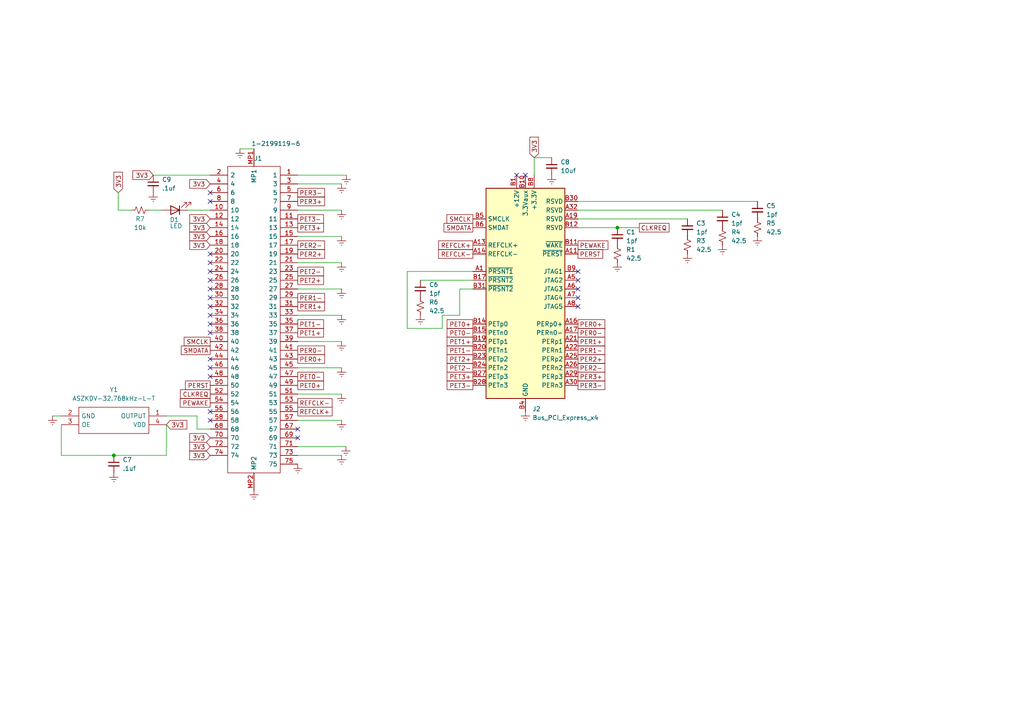
<source format=kicad_sch>
(kicad_sch (version 20231120) (generator "eeschema") (generator_version "8.0")
  (paper "A4")
  (lib_symbols
    (symbol "Connector:1-2199119-6" (pin_names (offset 0.762))
      (property "Reference" "J1" (at 2.7687 0 90))
      (property "Value" "1-2199119-6" (at 2.7687 -2.54 90))
      (symbol "1-2199119-6_0_0"
        (pin passive line (at 7.62 12.7 270) (length 5.08) (name "1") (number "1"))
        (pin passive line (at 17.78 -12.7 90) (length 5.08) (name "10") (number "10"))
        (pin passive line (at 20.32 12.7 270) (length 5.08) (name "11") (number "11"))
        (pin passive line (at 20.32 -12.7 90) (length 5.08) (name "12") (number "12"))
        (pin passive line (at 22.86 12.7 270) (length 5.08) (name "13") (number "13"))
        (pin passive line (at 22.86 -12.7 90) (length 5.08) (name "14") (number "14"))
        (pin passive line (at 25.4 12.7 270) (length 5.08) (name "15") (number "15"))
        (pin passive line (at 25.4 -12.7 90) (length 5.08) (name "16") (number "16"))
        (pin passive line (at 27.94 12.7 270) (length 5.08) (name "17") (number "17"))
        (pin passive line (at 27.94 -12.7 90) (length 5.08) (name "18") (number "18"))
        (pin passive line (at 30.48 12.7 270) (length 5.08) (name "19") (number "19"))
        (pin passive line (at 7.62 -12.7 90) (length 5.08) (name "2") (number "2"))
        (pin passive line (at 30.48 -12.7 90) (length 5.08) (name "20") (number "20"))
        (pin passive line (at 33.02 12.7 270) (length 5.08) (name "21") (number "21"))
        (pin passive line (at 33.02 -12.7 90) (length 5.08) (name "22") (number "22"))
        (pin passive line (at 35.56 12.7 270) (length 5.08) (name "23") (number "23"))
        (pin passive line (at 35.56 -12.7 90) (length 5.08) (name "24") (number "24"))
        (pin passive line (at 38.1 12.7 270) (length 5.08) (name "25") (number "25"))
        (pin passive line (at 38.1 -12.7 90) (length 5.08) (name "26") (number "26"))
        (pin passive line (at 40.64 12.7 270) (length 5.08) (name "27") (number "27"))
        (pin passive line (at 40.64 -12.7 90) (length 5.08) (name "28") (number "28"))
        (pin passive line (at 43.18 12.7 270) (length 5.08) (name "29") (number "29"))
        (pin passive line (at 10.16 12.7 270) (length 5.08) (name "3") (number "3"))
        (pin passive line (at 43.18 -12.7 90) (length 5.08) (name "30") (number "30"))
        (pin passive line (at 45.72 12.7 270) (length 5.08) (name "31") (number "31"))
        (pin passive line (at 45.72 -12.7 90) (length 5.08) (name "32") (number "32"))
        (pin passive line (at 48.26 12.7 270) (length 5.08) (name "33") (number "33"))
        (pin passive line (at 48.26 -12.7 90) (length 5.08) (name "34") (number "34"))
        (pin passive line (at 50.8 12.7 270) (length 5.08) (name "35") (number "35"))
        (pin passive line (at 50.8 -12.7 90) (length 5.08) (name "36") (number "36"))
        (pin passive line (at 53.34 12.7 270) (length 5.08) (name "37") (number "37"))
        (pin passive line (at 53.34 -12.7 90) (length 5.08) (name "38") (number "38"))
        (pin passive line (at 55.88 12.7 270) (length 5.08) (name "39") (number "39"))
        (pin passive line (at 10.16 -12.7 90) (length 5.08) (name "4") (number "4"))
        (pin passive line (at 55.88 -12.7 90) (length 5.08) (name "40") (number "40"))
        (pin passive line (at 58.42 -12.7 90) (length 5.08) (name "42") (number "42"))
        (pin passive line (at 60.96 -12.7 90) (length 5.08) (name "44") (number "44"))
        (pin passive line (at 63.5 12.7 270) (length 5.08) (name "45") (number "45"))
        (pin passive line (at 63.5 -12.7 90) (length 5.08) (name "46") (number "46"))
        (pin passive line (at 66.04 12.7 270) (length 5.08) (name "47") (number "47"))
        (pin passive line (at 66.04 -12.7 90) (length 5.08) (name "48") (number "48"))
        (pin passive line (at 68.58 12.7 270) (length 5.08) (name "49") (number "49"))
        (pin passive line (at 12.7 12.7 270) (length 5.08) (name "5") (number "5"))
        (pin passive line (at 68.58 -12.7 90) (length 5.08) (name "50") (number "50"))
        (pin passive line (at 71.12 12.7 270) (length 5.08) (name "51") (number "51"))
        (pin passive line (at 71.12 -12.7 90) (length 5.08) (name "52") (number "52"))
        (pin passive line (at 73.66 12.7 270) (length 5.08) (name "53") (number "53"))
        (pin passive line (at 73.66 -12.7 90) (length 5.08) (name "54") (number "54"))
        (pin passive line (at 76.2 12.7 270) (length 5.08) (name "55") (number "55"))
        (pin passive line (at 76.2 -12.7 90) (length 5.08) (name "56") (number "56"))
        (pin passive line (at 78.74 12.7 270) (length 5.08) (name "57") (number "57"))
        (pin passive line (at 78.74 -12.7 90) (length 5.08) (name "58") (number "58"))
        (pin passive line (at 12.7 -12.7 90) (length 5.08) (name "6") (number "6"))
        (pin passive line (at 81.28 12.7 270) (length 5.08) (name "67") (number "67"))
        (pin passive line (at 81.28 -12.7 90) (length 5.08) (name "68") (number "68"))
        (pin passive line (at 83.82 12.7 270) (length 5.08) (name "69") (number "69"))
        (pin passive line (at 15.24 12.7 270) (length 5.08) (name "7") (number "7"))
        (pin passive line (at 83.82 -12.7 90) (length 5.08) (name "70") (number "70"))
        (pin passive line (at 86.36 12.7 270) (length 5.08) (name "71") (number "71"))
        (pin passive line (at 86.36 -12.7 90) (length 5.08) (name "72") (number "72"))
        (pin passive line (at 88.9 12.7 270) (length 5.08) (name "73") (number "73"))
        (pin passive line (at 88.9 -12.7 90) (length 5.08) (name "74") (number "74"))
        (pin passive line (at 91.44 12.7 270) (length 5.08) (name "75") (number "75"))
        (pin passive line (at 15.24 -12.7 90) (length 5.08) (name "8") (number "8"))
        (pin passive line (at 17.78 12.7 270) (length 5.08) (name "9") (number "9"))
        (pin passive line (at 0 0 0) (length 5.08) (name "MP1") (number "MP1"))
        (pin passive line (at 99.06 0 180) (length 5.08) (name "MP2") (number "MP2"))
      )
      (symbol "1-2199119-6_0_1"
        (polyline (pts (xy 5.08 7.62) (xy 93.98 7.62) (xy 93.98 -7.62) (xy 5.08 -7.62) (xy 5.08 7.62)) (stroke (width 0.1524)))
      )
      (symbol "1-2199119-6_1_0"
        (pin passive line (at 58.42 12.7 270) (length 5.08) (name "41") (number "41"))
        (pin passive line (at 60.96 12.7 270) (length 5.08) (name "43") (number "43"))
      )
    )
    (symbol "Connector:Bus_PCI_Express_x4"
      (property "Reference" "J2" (at 2.0194 -32.258 0))
      (property "Value" "Bus_PCI_Express_x4" (at 2.0194 -34.798 0))
      (symbol "Bus_PCI_Express_x4_0_1"
        (rectangle (start -11.43 31.75) (end 11.43 -29.21) (stroke (width 0.254)) (fill (type background)))
      )
      (symbol "Bus_PCI_Express_x4_1_1"
        (pin passive line (at -15.24 7.62 0) (length 3.81) (name "~{PRSNT1}") (number "A1"))
        (pin passive line (at 2.54 35.56 270) (length 3.81) hide (name "+3.3V") (number "A10"))
        (pin input line (at 15.24 12.7 180) (length 3.81) (name "~{PERST}") (number "A11"))
        (pin passive line (at 0 -33.02 90) (length 3.81) hide (name "GND") (number "A12"))
        (pin input line (at -15.24 15.24 0) (length 3.81) (name "REFCLK+") (number "A13"))
        (pin input line (at -15.24 12.7 0) (length 3.81) (name "REFCLK-") (number "A14"))
        (pin passive line (at 0 -33.02 90) (length 3.81) hide (name "GND") (number "A15"))
        (pin output line (at 15.24 -7.62 180) (length 3.81) (name "PERp0+") (number "A16"))
        (pin output line (at 15.24 -10.16 180) (length 3.81) (name "PERn0-") (number "A17"))
        (pin passive line (at 0 -33.02 90) (length 3.81) hide (name "GND") (number "A18"))
        (pin passive line (at 15.24 22.86 180) (length 3.81) (name "RSVD") (number "A19"))
        (pin passive line (at -2.54 35.56 270) (length 3.81) hide (name "+12V") (number "A2"))
        (pin passive line (at 0 -33.02 90) (length 3.81) hide (name "GND") (number "A20"))
        (pin output line (at 15.24 -12.7 180) (length 3.81) (name "PERp1") (number "A21"))
        (pin output line (at 15.24 -15.24 180) (length 3.81) (name "PERn1") (number "A22"))
        (pin passive line (at 0 -33.02 90) (length 3.81) hide (name "GND") (number "A23"))
        (pin passive line (at 0 -33.02 90) (length 3.81) hide (name "GND") (number "A24"))
        (pin output line (at 15.24 -17.78 180) (length 3.81) (name "PERp2") (number "A25"))
        (pin output line (at 15.24 -20.32 180) (length 3.81) (name "PERn2") (number "A26"))
        (pin passive line (at 0 -33.02 90) (length 3.81) hide (name "GND") (number "A27"))
        (pin passive line (at 0 -33.02 90) (length 3.81) hide (name "GND") (number "A28"))
        (pin output line (at 15.24 -22.86 180) (length 3.81) (name "PERp3") (number "A29"))
        (pin passive line (at -2.54 35.56 270) (length 3.81) hide (name "+12V") (number "A3"))
        (pin output line (at 15.24 -25.4 180) (length 3.81) (name "PERn3") (number "A30"))
        (pin passive line (at 0 -33.02 90) (length 3.81) hide (name "GND") (number "A31"))
        (pin passive line (at 15.24 25.4 180) (length 3.81) (name "RSVD") (number "A32"))
        (pin passive line (at 0 -33.02 90) (length 3.81) hide (name "GND") (number "A4"))
        (pin input line (at 15.24 5.08 180) (length 3.81) (name "JTAG2") (number "A5"))
        (pin input line (at 15.24 2.54 180) (length 3.81) (name "JTAG3") (number "A6"))
        (pin output line (at 15.24 0 180) (length 3.81) (name "JTAG4") (number "A7"))
        (pin input line (at 15.24 -2.54 180) (length 3.81) (name "JTAG5") (number "A8"))
        (pin passive line (at 2.54 35.56 270) (length 3.81) hide (name "+3.3V") (number "A9"))
        (pin power_in line (at -2.54 35.56 270) (length 3.81) (name "+12V") (number "B1"))
        (pin power_in line (at 0 35.56 270) (length 3.81) (name "3.3Vaux") (number "B10"))
        (pin open_collector line (at 15.24 15.24 180) (length 3.81) (name "~{WAKE}") (number "B11"))
        (pin passive line (at 15.24 20.32 180) (length 3.81) (name "RSVD") (number "B12"))
        (pin passive line (at 0 -33.02 90) (length 3.81) hide (name "GND") (number "B13"))
        (pin input line (at -15.24 -7.62 0) (length 3.81) (name "PETp0") (number "B14"))
        (pin input line (at -15.24 -10.16 0) (length 3.81) (name "PETn0") (number "B15"))
        (pin passive line (at 0 -33.02 90) (length 3.81) hide (name "GND") (number "B16"))
        (pin passive line (at -15.24 5.08 0) (length 3.81) (name "~{PRSNT2}") (number "B17"))
        (pin passive line (at 0 -33.02 90) (length 3.81) hide (name "GND") (number "B18"))
        (pin input line (at -15.24 -12.7 0) (length 3.81) (name "PETp1") (number "B19"))
        (pin passive line (at -2.54 35.56 270) (length 3.81) hide (name "+12V") (number "B2"))
        (pin input line (at -15.24 -15.24 0) (length 3.81) (name "PETn1") (number "B20"))
        (pin passive line (at 0 -33.02 90) (length 3.81) hide (name "GND") (number "B21"))
        (pin passive line (at 0 -33.02 90) (length 3.81) hide (name "GND") (number "B22"))
        (pin input line (at -15.24 -17.78 0) (length 3.81) (name "PETp2") (number "B23"))
        (pin input line (at -15.24 -20.32 0) (length 3.81) (name "PETn2") (number "B24"))
        (pin passive line (at 0 -33.02 90) (length 3.81) hide (name "GND") (number "B25"))
        (pin passive line (at 0 -33.02 90) (length 3.81) hide (name "GND") (number "B26"))
        (pin input line (at -15.24 -22.86 0) (length 3.81) (name "PETp3") (number "B27"))
        (pin input line (at -15.24 -25.4 0) (length 3.81) (name "PETn3") (number "B28"))
        (pin passive line (at 0 -33.02 90) (length 3.81) hide (name "GND") (number "B29"))
        (pin passive line (at -2.54 35.56 270) (length 3.81) hide (name "+12V") (number "B3"))
        (pin passive line (at 15.24 27.94 180) (length 3.81) (name "RSVD") (number "B30"))
        (pin passive line (at -15.24 2.54 0) (length 3.81) (name "~{PRSNT2}") (number "B31"))
        (pin passive line (at 0 -33.02 90) (length 3.81) hide (name "GND") (number "B32"))
        (pin power_in line (at 0 -33.02 90) (length 3.81) (name "GND") (number "B4"))
        (pin input line (at -15.24 22.86 0) (length 3.81) (name "SMCLK") (number "B5"))
        (pin bidirectional line (at -15.24 20.32 0) (length 3.81) (name "SMDAT") (number "B6"))
        (pin passive line (at 0 -33.02 90) (length 3.81) hide (name "GND") (number "B7"))
        (pin power_in line (at 2.54 35.56 270) (length 3.81) (name "+3.3V") (number "B8"))
        (pin input line (at 15.24 7.62 180) (length 3.81) (name "JTAG1") (number "B9"))
      )
    )
    (symbol "Device:C_Small" (pin_numbers hide) (pin_names (offset 0.254) hide)
      (property "Reference" "C" (at 0.254 1.778 0))
      (property "Value" "C_Small" (at 0.254 -2.032 0))
      (symbol "C_Small_0_1"
        (polyline (pts (xy -1.524 -0.508) (xy 1.524 -0.508)) (stroke (width 0.3302)))
        (polyline (pts (xy -1.524 0.508) (xy 1.524 0.508)) (stroke (width 0.3048)))
      )
      (symbol "C_Small_1_1"
        (pin passive line (at 0 2.54 270) (length 2.032) (name "~") (number "1"))
        (pin passive line (at 0 -2.54 90) (length 2.032) (name "~") (number "2"))
      )
    )
    (symbol "Device:LED" (pin_numbers hide) (pin_names (offset 1.016) hide)
      (property "Reference" "D" (at 0 2.54 0))
      (property "Value" "LED" (at 0 -2.54 0))
      (symbol "LED_0_1"
        (polyline (pts (xy -1.27 -1.27) (xy -1.27 1.27)) (stroke (width 0.254)))
        (polyline (pts (xy -1.27 0) (xy 1.27 0)))
        (polyline (pts (xy 1.27 -1.27) (xy 1.27 1.27) (xy -1.27 0) (xy 1.27 -1.27)) (stroke (width 0.254)))
        (polyline (pts (xy -3.048 -0.762) (xy -4.572 -2.286) (xy -3.81 -2.286) (xy -4.572 -2.286) (xy -4.572 -1.524)))
        (polyline (pts (xy -1.778 -0.762) (xy -3.302 -2.286) (xy -2.54 -2.286) (xy -3.302 -2.286) (xy -3.302 -1.524)))
      )
      (symbol "LED_1_1"
        (pin passive line (at -3.81 0 0) (length 2.54) (name "K") (number "1"))
        (pin passive line (at 3.81 0 180) (length 2.54) (name "A") (number "2"))
      )
    )
    (symbol "Device:R_Small_US" (pin_numbers hide) (pin_names (offset 0.254) hide)
      (property "Reference" "R" (at 0.762 0.508 0))
      (property "Value" "R_Small_US" (at 0.762 -1.016 0))
      (symbol "R_Small_US_1_1"
        (polyline (pts (xy 0 0) (xy 1.016 -0.381) (xy 0 -0.762) (xy -1.016 -1.143) (xy 0 -1.524)))
        (polyline (pts (xy 0 1.524) (xy 1.016 1.143) (xy 0 0.762) (xy -1.016 0.381) (xy 0 0)))
        (pin passive line (at 0 2.54 270) (length 1.016) (name "~") (number "1"))
        (pin passive line (at 0 -2.54 90) (length 1.016) (name "~") (number "2"))
      )
    )
    (symbol "Oscillator:ASZKDV-32.768kHz-L-T" (pin_names (offset 0.762))
      (property "Reference" "Y" (at 26.67 7.62 0))
      (property "Value" "ASZKDV-32.768kHz-L-T" (at 26.67 5.08 0))
      (symbol "ASZKDV-32.768kHz-L-T_0_0"
        (pin passive line (at 0 -2.54 0) (length 5.08) (name "OUTPUT") (number "1"))
        (pin passive line (at 30.48 -2.54 180) (length 5.08) (name "GND") (number "2"))
        (pin passive line (at 30.48 0 180) (length 5.08) (name "OE") (number "3"))
        (pin passive line (at 0 0 0) (length 5.08) (name "VDD") (number "4"))
      )
      (symbol "ASZKDV-32.768kHz-L-T_0_1"
        (polyline (pts (xy 5.08 2.54) (xy 25.4 2.54) (xy 25.4 -5.08) (xy 5.08 -5.08) (xy 5.08 2.54)) (stroke (width 0.1524)))
      )
    )
    (symbol "power:Earth" (power) (pin_names (offset 0))
      (symbol "Earth_0_1"
        (polyline (pts (xy -0.635 -1.905) (xy 0.635 -1.905)))
        (polyline (pts (xy -0.127 -2.54) (xy 0.127 -2.54)))
        (polyline (pts (xy 0 -1.27) (xy 0 0)))
        (polyline (pts (xy 1.27 -1.27) (xy -1.27 -1.27)))
      )
      (symbol "Earth_1_1"
        (pin power_in line (at 0 0 270) (length 0) hide (name "Earth") (number "1"))
      )
    )
  )
  (junction (at 33.02 132.08))
  (junction (at 179.07 66.04))
  (no_connect (at 167.64 78.74))
  (no_connect (at 167.64 83.82))
  (no_connect (at 60.96 76.2))
  (no_connect (at 149.86 50.8))
  (no_connect (at 60.96 78.74))
  (no_connect (at 60.96 119.38))
  (no_connect (at 60.96 121.92))
  (no_connect (at 152.4 50.8))
  (no_connect (at 86.36 127))
  (no_connect (at 60.96 73.66))
  (no_connect (at 167.64 88.9))
  (no_connect (at 86.36 124.46))
  (no_connect (at 167.64 81.28))
  (no_connect (at 60.96 58.42))
  (no_connect (at 60.96 55.88))
  (no_connect (at 60.96 86.36))
  (no_connect (at 60.96 88.9))
  (no_connect (at 60.96 91.44))
  (no_connect (at 60.96 93.98))
  (no_connect (at 60.96 96.52))
  (no_connect (at 60.96 106.68))
  (no_connect (at 60.96 109.22))
  (no_connect (at 60.96 104.14))
  (no_connect (at 60.96 81.28))
  (no_connect (at 60.96 83.82))
  (no_connect (at 167.64 86.36))
  (wire (pts (xy 33.02 132.08) (xy 48.26 132.08)))
  (wire (pts (xy 57.15 120.65) (xy 57.15 124.46)))
  (wire (pts (xy 48.26 132.08) (xy 48.26 123.19)))
  (wire (pts (xy 86.36 132.08) (xy 99.06 132.08)))
  (wire (pts (xy 128.27 91.44) (xy 133.35 91.44)))
  (wire (pts (xy 154.94 45.72) (xy 160.02 45.72)))
  (wire (pts (xy 128.27 95.25) (xy 128.27 91.44)))
  (wire (pts (xy 86.36 99.06) (xy 99.06 99.06)))
  (wire (pts (xy 86.36 83.82) (xy 99.06 83.82)))
  (wire (pts (xy 154.94 45.72) (xy 154.94 50.8)))
  (wire (pts (xy 44.45 50.8) (xy 60.96 50.8)))
  (wire (pts (xy 54.61 60.96) (xy 60.96 60.96)))
  (wire (pts (xy 86.36 68.58) (xy 99.06 68.58)))
  (wire (pts (xy 179.07 66.04) (xy 185.42 66.04)))
  (wire (pts (xy 167.64 63.5) (xy 199.39 63.5)))
  (wire (pts (xy 167.64 58.42) (xy 219.71 58.42)))
  (wire (pts (xy 34.29 60.96) (xy 38.1 60.96)))
  (wire (pts (xy 167.64 60.96) (xy 209.55 60.96)))
  (wire (pts (xy 69.596 43.18) (xy 73.66 43.18)))
  (wire (pts (xy 17.78 123.19) (xy 17.78 132.08)))
  (wire (pts (xy 118.11 95.25) (xy 128.27 95.25)))
  (wire (pts (xy 15.24 120.65) (xy 17.78 120.65)))
  (wire (pts (xy 118.11 78.74) (xy 118.11 95.25)))
  (wire (pts (xy 121.92 81.28) (xy 137.16 81.28)))
  (wire (pts (xy 86.36 129.54) (xy 100.33 129.54)))
  (wire (pts (xy 17.78 132.08) (xy 33.02 132.08)))
  (wire (pts (xy 57.15 124.46) (xy 60.96 124.46)))
  (wire (pts (xy 34.29 55.88) (xy 34.29 60.96)))
  (wire (pts (xy 43.18 60.96) (xy 46.99 60.96)))
  (wire (pts (xy 86.36 50.8) (xy 100.457 50.8)))
  (wire (pts (xy 167.64 66.04) (xy 179.07 66.04)))
  (wire (pts (xy 133.35 83.82) (xy 137.16 83.82)))
  (wire (pts (xy 86.36 106.68) (xy 99.06 106.68)))
  (wire (pts (xy 86.36 91.44) (xy 99.06 91.44)))
  (wire (pts (xy 86.36 114.3) (xy 99.06 114.3)))
  (wire (pts (xy 137.16 78.74) (xy 118.11 78.74)))
  (wire (pts (xy 86.36 60.96) (xy 99.06 60.96)))
  (wire (pts (xy 133.35 91.44) (xy 133.35 83.82)))
  (wire (pts (xy 48.26 120.65) (xy 57.15 120.65)))
  (wire (pts (xy 86.36 121.92) (xy 99.06 121.92)))
  (wire (pts (xy 86.36 76.2) (xy 99.06 76.2)))
  (wire (pts (xy 86.36 53.34) (xy 99.06 53.34)))
  (global_label "PET1+" (shape passive) (at 86.36 96.52 0) (property "Intersheetrefs" "${INTERSHEET_REFS}" (effects (hide yes))))
  (global_label "CLKREQ" (shape passive) (at 185.42 66.04 0) (property "Intersheetrefs" "${INTERSHEET_REFS}" (effects (hide yes))))
  (global_label "CLKREQ" (shape passive) (at 60.96 114.3 180) (property "Intersheetrefs" "${INTERSHEET_REFS}" (effects (hide yes))))
  (global_label "PER0-" (shape passive) (at 86.36 101.6 0) (property "Intersheetrefs" "${INTERSHEET_REFS}" (effects (hide yes))))
  (global_label "PEWAKE" (shape passive) (at 167.64 71.12 0) (property "Intersheetrefs" "${INTERSHEET_REFS}" (effects (hide yes))))
  (global_label "PET3+" (shape passive) (at 86.36 66.04 0) (property "Intersheetrefs" "${INTERSHEET_REFS}" (effects (hide yes))))
  (global_label "PER2-" (shape passive) (at 167.64 106.68 0) (property "Intersheetrefs" "${INTERSHEET_REFS}" (effects (hide yes))))
  (global_label "PER3-" (shape passive) (at 167.64 111.76 0) (property "Intersheetrefs" "${INTERSHEET_REFS}" (effects (hide yes))))
  (global_label "REFCLK+" (shape passive) (at 86.36 119.38 0) (property "Intersheetrefs" "${INTERSHEET_REFS}" (effects (hide yes))))
  (global_label "PER3+" (shape passive) (at 167.64 109.22 0) (property "Intersheetrefs" "${INTERSHEET_REFS}" (effects (hide yes))))
  (global_label "PER1-" (shape passive) (at 167.64 101.6 0) (property "Intersheetrefs" "${INTERSHEET_REFS}" (effects (hide yes))))
  (global_label "PET1+" (shape passive) (at 137.16 99.06 180) (property "Intersheetrefs" "${INTERSHEET_REFS}" (effects (hide yes))))
  (global_label "REFCLK+" (shape passive) (at 137.16 71.12 180) (property "Intersheetrefs" "${INTERSHEET_REFS}" (effects (hide yes))))
  (global_label "PET1-" (shape passive) (at 86.36 93.98 0) (property "Intersheetrefs" "${INTERSHEET_REFS}" (effects (hide yes))))
  (global_label "PEWAKE" (shape passive) (at 60.96 116.84 180) (property "Intersheetrefs" "${INTERSHEET_REFS}" (effects (hide yes))))
  (global_label "PERST" (shape passive) (at 60.96 111.76 180) (property "Intersheetrefs" "${INTERSHEET_REFS}" (effects (hide yes))))
  (global_label "SMDATA" (shape passive) (at 137.16 66.04 180) (property "Intersheetrefs" "${INTERSHEET_REFS}" (effects (hide yes))))
  (global_label "PER3+" (shape passive) (at 86.36 58.42 0) (property "Intersheetrefs" "${INTERSHEET_REFS}" (effects (hide yes))))
  (global_label "SMDATA" (shape passive) (at 60.96 101.6 180) (property "Intersheetrefs" "${INTERSHEET_REFS}" (effects (hide yes))))
  (global_label "PET3-" (shape passive) (at 86.36 63.5 0) (property "Intersheetrefs" "${INTERSHEET_REFS}" (effects (hide yes))))
  (global_label "PER2+" (shape passive) (at 167.64 104.14 0) (property "Intersheetrefs" "${INTERSHEET_REFS}" (effects (hide yes))))
  (global_label "PET2+" (shape passive) (at 137.16 104.14 180) (property "Intersheetrefs" "${INTERSHEET_REFS}" (effects (hide yes))))
  (global_label "PET3+" (shape passive) (at 137.16 109.22 180) (property "Intersheetrefs" "${INTERSHEET_REFS}" (effects (hide yes))))
  (global_label "3V3" (shape input) (at 34.29 55.88 90) (property "Intersheetrefs" "${INTERSHEET_REFS}" (effects (hide yes))))
  (global_label "3V3" (shape input) (at 48.26 123.19 0) (property "Intersheetrefs" "${INTERSHEET_REFS}" (effects (hide yes))))
  (global_label "PER1-" (shape passive) (at 86.36 86.36 0) (property "Intersheetrefs" "${INTERSHEET_REFS}" (effects (hide yes))))
  (global_label "PER2+" (shape passive) (at 86.36 73.66 0) (property "Intersheetrefs" "${INTERSHEET_REFS}" (effects (hide yes))))
  (global_label "REFCLK-" (shape passive) (at 137.16 73.66 180) (property "Intersheetrefs" "${INTERSHEET_REFS}" (effects (hide yes))))
  (global_label "PER1+" (shape passive) (at 86.36 88.9 0) (property "Intersheetrefs" "${INTERSHEET_REFS}" (effects (hide yes))))
  (global_label "3V3" (shape input) (at 60.96 63.5 180) (property "Intersheetrefs" "${INTERSHEET_REFS}" (effects (hide yes))))
  (global_label "PET2-" (shape passive) (at 137.16 106.68 180) (property "Intersheetrefs" "${INTERSHEET_REFS}" (effects (hide yes))))
  (global_label "3V3" (shape input) (at 60.96 127 180) (property "Intersheetrefs" "${INTERSHEET_REFS}" (effects (hide yes))))
  (global_label "PER0+" (shape passive) (at 167.64 93.98 0) (property "Intersheetrefs" "${INTERSHEET_REFS}" (effects (hide yes))))
  (global_label "3V3" (shape input) (at 60.96 53.34 180) (property "Intersheetrefs" "${INTERSHEET_REFS}" (effects (hide yes))))
  (global_label "3V3" (shape input) (at 44.45 50.8 180) (property "Intersheetrefs" "${INTERSHEET_REFS}" (effects (hide yes))))
  (global_label "PET0-" (shape passive) (at 86.36 109.22 0) (property "Intersheetrefs" "${INTERSHEET_REFS}" (effects (hide yes))))
  (global_label "PERST" (shape passive) (at 167.64 73.66 0) (property "Intersheetrefs" "${INTERSHEET_REFS}" (effects (hide yes))))
  (global_label "PER3-" (shape passive) (at 86.36 55.88 0) (property "Intersheetrefs" "${INTERSHEET_REFS}" (effects (hide yes))))
  (global_label "PET2+" (shape passive) (at 86.36 81.28 0) (property "Intersheetrefs" "${INTERSHEET_REFS}" (effects (hide yes))))
  (global_label "3V3" (shape input) (at 60.96 66.04 180) (property "Intersheetrefs" "${INTERSHEET_REFS}" (effects (hide yes))))
  (global_label "PER1+" (shape passive) (at 167.64 99.06 0) (property "Intersheetrefs" "${INTERSHEET_REFS}" (effects (hide yes))))
  (global_label "PET0+" (shape passive) (at 137.16 93.98 180) (property "Intersheetrefs" "${INTERSHEET_REFS}" (effects (hide yes))))
  (global_label "PER0+" (shape passive) (at 86.36 104.14 0) (property "Intersheetrefs" "${INTERSHEET_REFS}" (effects (hide yes))))
  (global_label "3V3" (shape input) (at 154.94 45.72 90) (property "Intersheetrefs" "${INTERSHEET_REFS}" (effects (hide yes))))
  (global_label "PET3-" (shape passive) (at 137.16 111.76 180) (property "Intersheetrefs" "${INTERSHEET_REFS}" (effects (hide yes))))
  (global_label "SMCLK" (shape passive) (at 60.96 99.06 180) (property "Intersheetrefs" "${INTERSHEET_REFS}" (effects (hide yes))))
  (global_label "3V3" (shape input) (at 60.96 71.12 180) (property "Intersheetrefs" "${INTERSHEET_REFS}" (effects (hide yes))))
  (global_label "PER0-" (shape passive) (at 167.64 96.52 0) (property "Intersheetrefs" "${INTERSHEET_REFS}" (effects (hide yes))))
  (global_label "3V3" (shape input) (at 60.96 68.58 180) (property "Intersheetrefs" "${INTERSHEET_REFS}" (effects (hide yes))))
  (global_label "SMCLK" (shape passive) (at 137.16 63.5 180) (property "Intersheetrefs" "${INTERSHEET_REFS}" (effects (hide yes))))
  (global_label "REFCLK-" (shape passive) (at 86.36 116.84 0) (property "Intersheetrefs" "${INTERSHEET_REFS}" (effects (hide yes))))
  (global_label "PER2-" (shape passive) (at 86.36 71.12 0) (property "Intersheetrefs" "${INTERSHEET_REFS}" (effects (hide yes))))
  (global_label "PET0+" (shape passive) (at 86.36 111.76 0) (property "Intersheetrefs" "${INTERSHEET_REFS}" (effects (hide yes))))
  (global_label "3V3" (shape input) (at 60.96 132.08 180) (property "Intersheetrefs" "${INTERSHEET_REFS}" (effects (hide yes))))
  (global_label "PET0-" (shape passive) (at 137.16 96.52 180) (property "Intersheetrefs" "${INTERSHEET_REFS}" (effects (hide yes))))
  (global_label "PET1-" (shape passive) (at 137.16 101.6 180) (property "Intersheetrefs" "${INTERSHEET_REFS}" (effects (hide yes))))
  (global_label "3V3" (shape input) (at 60.96 129.54 180) (property "Intersheetrefs" "${INTERSHEET_REFS}" (effects (hide yes))))
  (global_label "PET2-" (shape passive) (at 86.36 78.74 0) (property "Intersheetrefs" "${INTERSHEET_REFS}" (effects (hide yes))))
  (symbol (lib_id "Device:C_Small") (at 44.45 53.34 0) (unit 1)
    (property "Reference" "C9" (at 46.99 52.0762 0) (effects (justify left)))
    (property "Value" ".1uf" (at 46.99 54.6162 0) (effects (justify left)))
    (property "Footprint" "Capacitor_SMD:C_0402_1005Metric" (effects (hide yes)))
    (property "Description" "Unpolarized capacitor, small symbol" (effects (hide yes)))
  )
  (symbol (lib_id "power:Earth") (at 121.92 91.44 0) (unit 1)
    (property "Reference" "#PWR07" (effects (hide yes)))
    (property "Value" "Earth" (effects (hide yes)))
  )
  (symbol (lib_id "Connector:Bus_PCI_Express_x4") (at 152.4 86.36 0) (unit 1)
    (property "Reference" "J2" (at 154.4194 118.618 0) (effects (justify left)))
    (property "Value" "Bus_PCI_Express_x4" (at 154.4194 121.158 0) (effects (justify left)))
    (property "Footprint" "Connector_PCBEdge:BUS_PCIexpress_x4" (effects (hide yes)))
    (property "Datasheet" "http://www.ritrontek.com/uploadfile/2016/1026/20161026105231124.pdf#page=63" (effects (hide yes)))
  )
  (symbol (lib_id "power:Earth") (at 69.596 43.18 0) (unit 1)
    (property "Reference" "#PWR0114" (effects (hide yes)))
    (property "Value" "Earth" (effects (hide yes)))
  )
  (symbol (lib_id "Device:C_Small") (at 199.39 66.04 0) (unit 1)
    (property "Reference" "C3" (at 201.93 64.7762 0) (effects (justify left)))
    (property "Value" "1pf" (at 201.93 67.3162 0) (effects (justify left)))
    (property "Footprint" "Capacitor_SMD:C_0402_1005Metric" (effects (hide yes)))
    (property "Description" "Unpolarized capacitor, small symbol" (effects (hide yes)))
  )
  (symbol (lib_id "power:Earth") (at 99.06 99.06 0) (unit 1)
    (property "Reference" "#PWR0108" (effects (hide yes)))
    (property "Value" "Earth" (effects (hide yes)))
  )
  (symbol (lib_id "Device:R_Small_US") (at 219.71 66.04 0) (unit 1)
    (property "Reference" "R5" (at 222.25 64.7699 0) (effects (justify left)))
    (property "Value" "42.5" (at 222.25 67.3099 0) (effects (justify left)))
    (property "Footprint" "Resistor_SMD:R_0402_1005Metric" (effects (hide yes)))
    (property "Description" "Resistor, small US symbol" (effects (hide yes)))
  )
  (symbol (lib_id "power:Earth") (at 99.06 68.58 0) (unit 1)
    (property "Reference" "#PWR0105" (effects (hide yes)))
    (property "Value" "Earth" (effects (hide yes)))
  )
  (symbol (lib_id "power:Earth") (at 99.06 121.92 0) (unit 1)
    (property "Reference" "#PWR0111" (effects (hide yes)))
    (property "Value" "Earth" (effects (hide yes)))
  )
  (symbol (lib_id "power:Earth") (at 99.06 91.44 0) (unit 1)
    (property "Reference" "#PWR0109" (effects (hide yes)))
    (property "Value" "Earth" (effects (hide yes)))
  )
  (symbol (lib_id "power:Earth") (at 99.06 76.2 0) (unit 1)
    (property "Reference" "#PWR0115" (effects (hide yes)))
    (property "Value" "Earth" (effects (hide yes)))
  )
  (symbol (lib_id "power:Earth") (at 179.07 76.2 0) (unit 1)
    (property "Reference" "#PWR02" (effects (hide yes)))
    (property "Value" "Earth" (effects (hide yes)))
  )
  (symbol (lib_id "power:Earth") (at 99.06 106.68 0) (unit 1)
    (property "Reference" "#PWR0110" (effects (hide yes)))
    (property "Value" "Earth" (effects (hide yes)))
  )
  (symbol (lib_id "Device:R_Small_US") (at 179.07 73.66 0) (unit 1)
    (property "Reference" "R1" (at 181.61 72.3899 0) (effects (justify left)))
    (property "Value" "42.5" (at 181.61 74.9299 0) (effects (justify left)))
    (property "Footprint" "Resistor_SMD:R_0402_1005Metric" (effects (hide yes)))
    (property "Description" "Resistor, small US symbol" (effects (hide yes)))
  )
  (symbol (lib_id "power:Earth") (at 99.06 114.3 0) (unit 1)
    (property "Reference" "#PWR0112" (effects (hide yes)))
    (property "Value" "Earth" (effects (hide yes)))
  )
  (symbol (lib_id "Device:R_Small_US") (at 121.92 88.9 0) (unit 1)
    (property "Reference" "R6" (at 124.46 87.6299 0) (effects (justify left)))
    (property "Value" "42.5" (at 124.46 90.1699 0) (effects (justify left)))
    (property "Footprint" "Resistor_SMD:R_0402_1005Metric" (effects (hide yes)))
    (property "Description" "Resistor, small US symbol" (effects (hide yes)))
  )
  (symbol (lib_id "power:Earth") (at 44.45 55.88 0) (unit 1)
    (property "Reference" "#PWR011" (effects (hide yes)))
    (property "Value" "Earth" (effects (hide yes)))
  )
  (symbol (lib_id "power:Earth") (at 219.71 68.58 0) (unit 1)
    (property "Reference" "#PWR06" (effects (hide yes)))
    (property "Value" "Earth" (effects (hide yes)))
  )
  (symbol (lib_id "power:Earth") (at 209.55 71.12 0) (unit 1)
    (property "Reference" "#PWR05" (effects (hide yes)))
    (property "Value" "Earth" (effects (hide yes)))
  )
  (symbol (lib_id "Device:R_Small_US") (at 209.55 68.58 0) (unit 1)
    (property "Reference" "R4" (at 212.09 67.3099 0) (effects (justify left)))
    (property "Value" "42.5" (at 212.09 69.8499 0) (effects (justify left)))
    (property "Footprint" "Resistor_SMD:R_0402_1005Metric" (effects (hide yes)))
    (property "Description" "Resistor, small US symbol" (effects (hide yes)))
  )
  (symbol (lib_id "Device:C_Small") (at 121.92 83.82 0) (unit 1)
    (property "Reference" "C6" (at 124.46 82.5562 0) (effects (justify left)))
    (property "Value" "1pf" (at 124.46 85.0962 0) (effects (justify left)))
    (property "Footprint" "Capacitor_SMD:C_0402_1005Metric" (effects (hide yes)))
    (property "Description" "Unpolarized capacitor, small symbol" (effects (hide yes)))
  )
  (symbol (lib_id "power:Earth") (at 99.06 53.34 0) (unit 1)
    (property "Reference" "#PWR0101" (effects (hide yes)))
    (property "Value" "Earth" (effects (hide yes)))
  )
  (symbol (lib_id "power:Earth") (at 100.33 129.54 0) (unit 1)
    (property "Reference" "#PWR0102" (effects (hide yes)))
    (property "Value" "Earth" (effects (hide yes)))
  )
  (symbol (lib_id "Device:C_Small") (at 33.02 134.62 0) (unit 1)
    (property "Reference" "C7" (at 35.56 133.3562 0) (effects (justify left)))
    (property "Value" ".1uf" (at 35.56 135.8962 0) (effects (justify left)))
    (property "Footprint" "Capacitor_SMD:C_0402_1005Metric" (effects (hide yes)))
    (property "Description" "Unpolarized capacitor, small symbol" (effects (hide yes)))
  )
  (symbol (lib_id "power:Earth") (at 100.457 50.8 0) (unit 1)
    (property "Reference" "#PWR0116" (effects (hide yes)))
    (property "Value" "Earth" (effects (hide yes)))
  )
  (symbol (lib_id "power:Earth") (at 33.02 137.16 0) (unit 1)
    (property "Reference" "#PWR08" (effects (hide yes)))
    (property "Value" "Earth" (effects (hide yes)))
  )
  (symbol (lib_id "power:Earth") (at 152.4 119.38 0) (unit 1)
    (property "Reference" "#PWR0107" (effects (hide yes)))
    (property "Value" "Earth" (effects (hide yes)))
  )
  (symbol (lib_id "Connector:1-2199119-6") (at 73.66 43.18 270) (unit 1)
    (property "Reference" "J1" (at 73.66 45.9487 90) (effects (justify left)))
    (property "Value" "1-2199119-6" (at 72.898 41.656 90) (effects (justify left)))
    (property "Footprint" "Connector:121991196" (effects (hide yes)))
    (property "Datasheet" "https://www.te.com/commerce/DocumentDelivery/DDEController?Action=showdoc&DocId=Customer+Drawing%7F2199119%7FF%7Fpdf%7FEnglish%7FENG_CD_2199119_F.pdf%7F1-2199119-6" (effects (hide yes)))
    (property "Description" "PCI Express / PCI Connectors M.2 0.5PITCH 3.2H KEY M 30U   AU" (effects (hide yes)))
    (property "Height" "3.2" (effects (hide yes)))
    (property "Mouser Part Number" "571-1-2199119-6" (effects (hide yes)))
    (property "Mouser Price/Stock" "https://www.mouser.co.uk/ProductDetail/TE-Connectivity/1-2199119-6?qs=I%252B29QTDM1GM6Cv1M63DAwA%3D%3D" (effects (hide yes)))
    (property "Manufacturer_Name" "TE Connectivity" (effects (hide yes)))
    (property "Manufacturer_Part_Number" "1-2199119-6" (effects (hide yes)))
  )
  (symbol (lib_id "Device:R_Small_US") (at 40.64 60.96 90) (unit 1)
    (property "Reference" "R7" (at 40.64 63.5 90))
    (property "Value" "10k" (at 40.64 66.04 90))
    (property "Footprint" "Resistor_SMD:R_0402_1005Metric" (effects (hide yes)))
    (property "Description" "Resistor, small US symbol" (effects (hide yes)))
  )
  (symbol (lib_id "Device:LED") (at 50.8 60.96 180) (unit 1)
    (property "Reference" "D1" (at 50.546 63.754 0))
    (property "Value" "LED" (at 51.054 65.532 0))
    (property "Footprint" "LED_SMD:LED_0402_1005Metric" (effects (hide yes)))
    (property "Description" "Light emitting diode" (effects (hide yes)))
  )
  (symbol (lib_id "Device:C_Small") (at 209.55 63.5 0) (unit 1)
    (property "Reference" "C4" (at 212.09 62.2362 0) (effects (justify left)))
    (property "Value" "1pf" (at 212.09 64.7762 0) (effects (justify left)))
    (property "Footprint" "Capacitor_SMD:C_0402_1005Metric" (effects (hide yes)))
    (property "Description" "Unpolarized capacitor, small symbol" (effects (hide yes)))
  )
  (symbol (lib_id "power:Earth") (at 99.06 132.08 0) (unit 1)
    (property "Reference" "#PWR0103" (effects (hide yes)))
    (property "Value" "Earth" (effects (hide yes)))
  )
  (symbol (lib_id "power:Earth") (at 73.66 142.24 0) (unit 1)
    (property "Reference" "#PWR0113" (effects (hide yes)))
    (property "Value" "Earth" (effects (hide yes)))
  )
  (symbol (lib_id "Device:C_Small") (at 160.02 48.26 0) (unit 1)
    (property "Reference" "C8" (at 162.56 46.9962 0) (effects (justify left)))
    (property "Value" "10uf" (at 162.56 49.5362 0) (effects (justify left)))
    (property "Footprint" "Capacitor_SMD:C_0402_1005Metric" (effects (hide yes)))
    (property "Description" "Unpolarized capacitor, small symbol" (effects (hide yes)))
  )
  (symbol (lib_id "Device:C_Small") (at 219.71 60.96 0) (unit 1)
    (property "Reference" "C5" (at 222.25 59.6962 0) (effects (justify left)))
    (property "Value" "1pf" (at 222.25 62.2362 0) (effects (justify left)))
    (property "Footprint" "Capacitor_SMD:C_0402_1005Metric" (effects (hide yes)))
    (property "Description" "Unpolarized capacitor, small symbol" (effects (hide yes)))
  )
  (symbol (lib_id "power:Earth") (at 160.02 50.8 0) (unit 1)
    (property "Reference" "#PWR010" (effects (hide yes)))
    (property "Value" "Earth" (effects (hide yes)))
  )
  (symbol (lib_id "power:Earth") (at 15.24 120.65 0) (unit 1)
    (property "Reference" "#PWR09" (effects (hide yes)))
    (property "Value" "Earth" (effects (hide yes)))
  )
  (symbol (lib_id "Device:C_Small") (at 179.07 68.58 0) (unit 1)
    (property "Reference" "C1" (at 181.61 67.3162 0) (effects (justify left)))
    (property "Value" "1pf" (at 181.61 69.8562 0) (effects (justify left)))
    (property "Footprint" "Capacitor_SMD:C_0402_1005Metric" (effects (hide yes)))
    (property "Description" "Unpolarized capacitor, small symbol" (effects (hide yes)))
  )
  (symbol (lib_id "Oscillator:ASZKDV-32.768kHz-L-T") (at 48.26 123.19 180) (unit 1)
    (property "Reference" "Y1" (at 33.02 113.03 0))
    (property "Value" "ASZKDV-32.768kHz-L-T" (at 33.02 115.57 0))
    (property "Footprint" "Crystal:ASZKDV32768kHzLT" (effects (hide yes)))
    (property "Datasheet" "https://abracon.com/datasheets/ASZKDV.pdf" (effects (hide yes)))
    (property "Description" "XTAL OSC XO 32.7680KHZ CMOS SMD" (effects (hide yes)))
    (property "Height" "0.7" (effects (hide yes)))
    (property "Mouser Part Number" "815-ASZKDV32768KHZLT" (effects (hide yes)))
    (property "Mouser Price/Stock" "https://www.mouser.co.uk/ProductDetail/ABRACON/ASZKDV-32.768kHz-L-T?qs=1Kr7Jg1SGW%2FEDukxiDswWA%3D%3D" (effects (hide yes)))
    (property "Manufacturer_Name" "ABRACON" (effects (hide yes)))
    (property "Manufacturer_Part_Number" "ASZKDV-32.768kHz-L-T" (effects (hide yes)))
  )
  (symbol (lib_id "power:Earth") (at 86.36 134.62 0) (unit 1)
    (property "Reference" "#PWR01" (effects (hide yes)))
    (property "Value" "Earth" (effects (hide yes)))
  )
  (symbol (lib_id "power:Earth") (at 99.06 60.96 0) (unit 1)
    (property "Reference" "#PWR0106" (effects (hide yes)))
    (property "Value" "Earth" (effects (hide yes)))
  )
  (symbol (lib_id "power:Earth") (at 99.06 83.82 0) (unit 1)
    (property "Reference" "#PWR0104" (effects (hide yes)))
    (property "Value" "Earth" (effects (hide yes)))
  )
  (symbol (lib_id "Device:R_Small_US") (at 199.39 71.12 0) (unit 1)
    (property "Reference" "R3" (at 201.93 69.8499 0) (effects (justify left)))
    (property "Value" "42.5" (at 201.93 72.3899 0) (effects (justify left)))
    (property "Footprint" "Resistor_SMD:R_0402_1005Metric" (effects (hide yes)))
    (property "Description" "Resistor, small US symbol" (effects (hide yes)))
  )
  (symbol (lib_id "power:Earth") (at 199.39 73.66 0) (unit 1)
    (property "Reference" "#PWR04" (effects (hide yes)))
    (property "Value" "Earth" (effects (hide yes)))
  )
)
</source>
